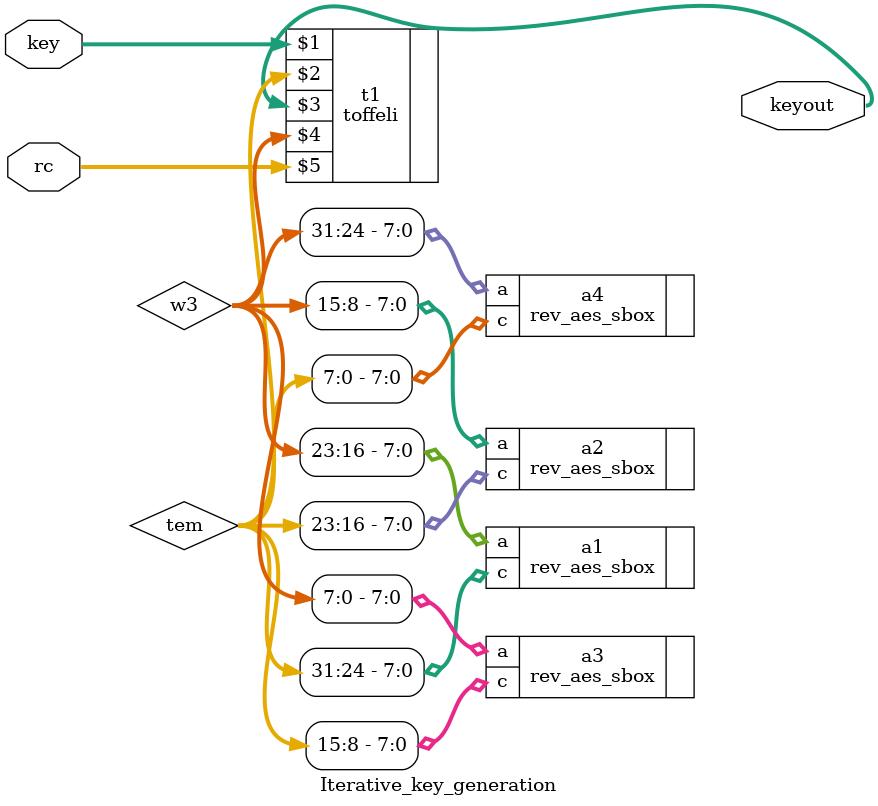
<source format=v>

`timescale 1ns/1ns

module Iterative_key_generation (rc,key,keyout);
    
   input [3:0] rc;
   input [127:0]key;
   output [127:0] keyout;
   
   wire [31:0] w0,w1,w2,w3,tem;
         
               

	  toffeli t1 (key,tem,keyout,w3,rc);

       
       rev_aes_sbox a1(.a(w3[23:16]),.c(tem[31:24]));
       rev_aes_sbox a2(.a(w3[15:8]),.c(tem[23:16]));
       rev_aes_sbox a3(.a(w3[7:0]),.c(tem[15:8]));
       rev_aes_sbox a4(.a(w3[31:24]),.c(tem[7:0]));
       
       
 
endmodule


</source>
